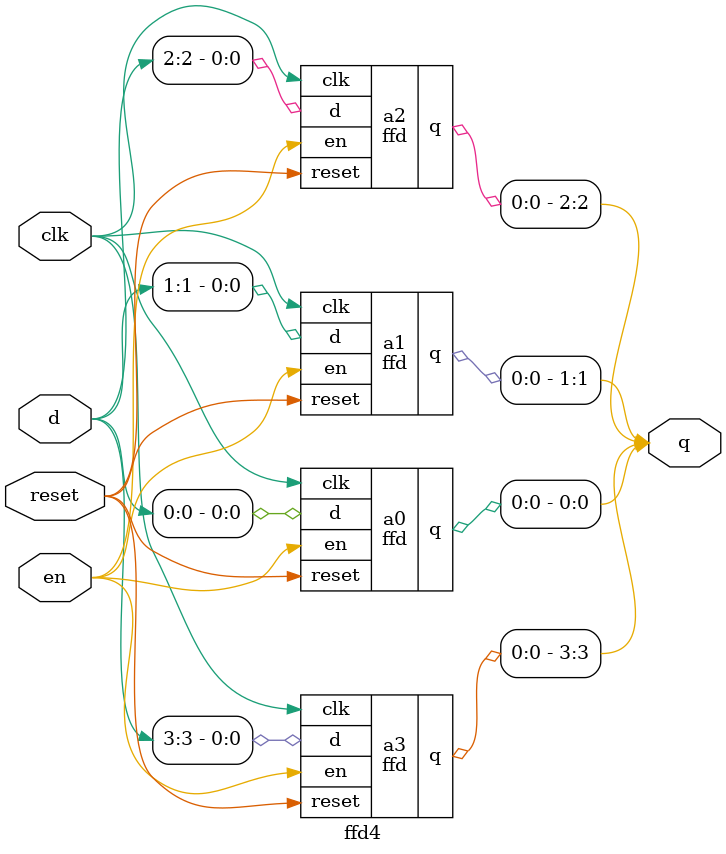
<source format=v>
module ffd(input clk, input reset, input en, input d, output reg q);

  always @ (posedge clk, posedge reset)
  if (reset) q <= 1'b0;
  else if (en == 1) q <= d;

endmodule

module ffd2(input clk, reset, en, input [1:0] d, output [1:0] q);

  ffd a0(clk, reset, en, d[0], q[0]);
  ffd a1(clk, reset, en, d[1], q[1]);

endmodule

module ffd4(input clk, reset, en, input [3:0] d, output [3:0] q);

  ffd a0(clk, reset, en, d[0], q[0]);
  ffd a1(clk, reset, en, d[1], q[1]);
  ffd a2(clk, reset, en, d[2], q[2]);
  ffd a3(clk, reset, en, d[3], q[3]);

endmodule

</source>
